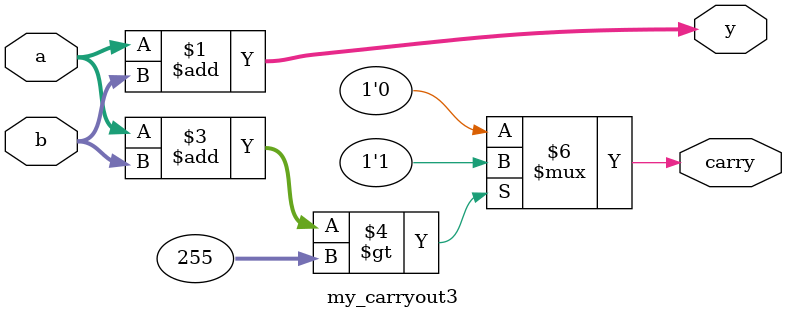
<source format=v>
`timescale 1ns / 1ps

module my_carryout3(input [7:0]a, b, output [7:0]y, output reg carry );
   
    assign y = a + b;
    
    always @ (a,b) begin
        if(a + b > 255)
            carry = 1;
        else
            carry = 0;            
    end
    
endmodule

</source>
